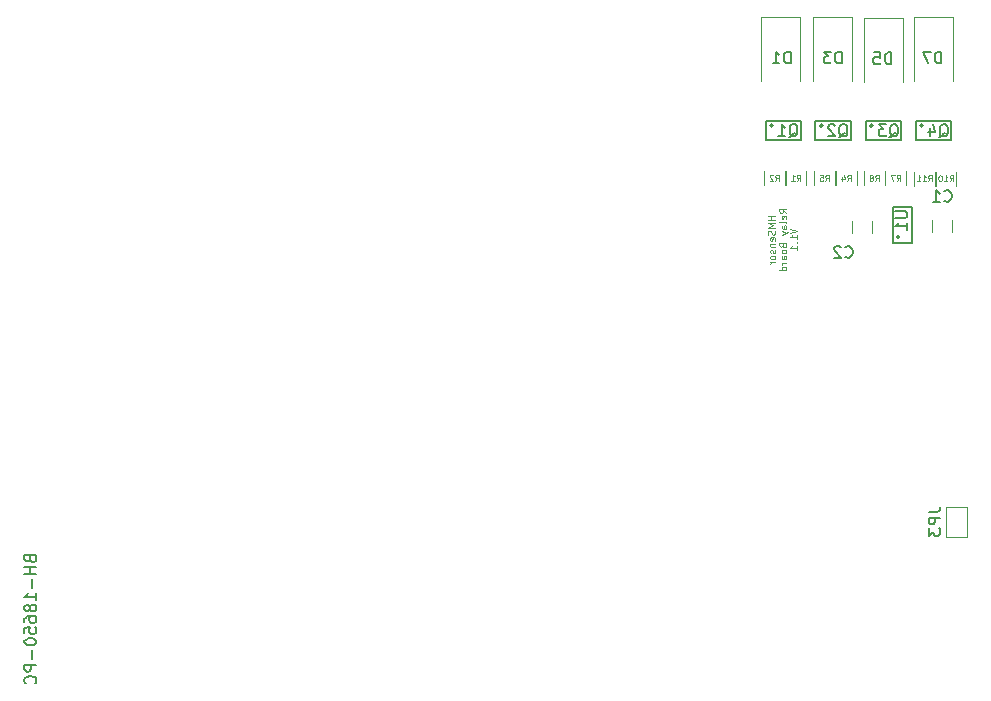
<source format=gbo>
%MOIN*%
%OFA0B0*%
%FSLAX46Y46*%
%IPPOS*%
%LPD*%
%ADD10C,0.0039370078740157488*%
%ADD21C,0.0039370078740157488*%
%ADD22C,0.005905511811023622*%
%ADD23C,0.0047244094488188976*%
%ADD24C,0.002952755905511811*%
%ADD35C,0.0039370078740157488*%
%ADD36C,0.005905511811023622*%
%ADD47C,0.0039370078740157488*%
%ADD58C,0.0039370078740157488*%
%ADD69C,0.0039370078740157488*%
%ADD70C,0.0047244094488188976*%
%ADD71C,0.005905511811023622*%
%LPD*%
G01*
D10*
G01*
D21*
X0003005520Y0002921179D02*
X0002981898Y0002921179D01*
X0002993146Y0002921179D02*
X0002993146Y0002907681D01*
X0003005520Y0002907681D02*
X0002981898Y0002907681D01*
X0003005520Y0002896433D02*
X0002981898Y0002896433D01*
X0002998771Y0002888559D01*
X0002981898Y0002880685D01*
X0003005520Y0002880685D01*
X0003004395Y0002870561D02*
X0003005520Y0002867186D01*
X0003005520Y0002861562D01*
X0003004395Y0002859312D01*
X0003003271Y0002858187D01*
X0003001021Y0002857062D01*
X0002998771Y0002857062D01*
X0002996521Y0002858187D01*
X0002995397Y0002859312D01*
X0002994272Y0002861562D01*
X0002993146Y0002866061D01*
X0002992022Y0002868311D01*
X0002990897Y0002869436D01*
X0002988647Y0002870561D01*
X0002986398Y0002870561D01*
X0002984148Y0002869436D01*
X0002983023Y0002868311D01*
X0002981898Y0002866061D01*
X0002981898Y0002860437D01*
X0002983023Y0002857062D01*
X0003004395Y0002837940D02*
X0003005520Y0002840190D01*
X0003005520Y0002844689D01*
X0003004395Y0002846939D01*
X0003002146Y0002848063D01*
X0002993146Y0002848063D01*
X0002990897Y0002846939D01*
X0002989772Y0002844689D01*
X0002989772Y0002840190D01*
X0002990897Y0002837940D01*
X0002993146Y0002836815D01*
X0002995397Y0002836815D01*
X0002997646Y0002848063D01*
X0002989772Y0002826691D02*
X0003005520Y0002826691D01*
X0002992022Y0002826691D02*
X0002990897Y0002825565D01*
X0002989772Y0002823317D01*
X0002989772Y0002819941D01*
X0002990897Y0002817692D01*
X0002993146Y0002816568D01*
X0003005520Y0002816568D01*
X0003004395Y0002806444D02*
X0003005520Y0002804194D01*
X0003005520Y0002799695D01*
X0003004395Y0002797445D01*
X0003002146Y0002796320D01*
X0003001021Y0002796320D01*
X0002998771Y0002797445D01*
X0002997646Y0002799695D01*
X0002997646Y0002803069D01*
X0002996521Y0002805318D01*
X0002994272Y0002806444D01*
X0002993146Y0002806444D01*
X0002990897Y0002805318D01*
X0002989772Y0002803069D01*
X0002989772Y0002799695D01*
X0002990897Y0002797445D01*
X0003005520Y0002782822D02*
X0003004395Y0002785071D01*
X0003003271Y0002786196D01*
X0003001021Y0002787321D01*
X0002994272Y0002787321D01*
X0002992022Y0002786196D01*
X0002990897Y0002785071D01*
X0002989772Y0002782822D01*
X0002989772Y0002779447D01*
X0002990897Y0002777197D01*
X0002992022Y0002776073D01*
X0002994272Y0002774948D01*
X0003001021Y0002774948D01*
X0003003271Y0002776073D01*
X0003004395Y0002777197D01*
X0003005520Y0002779447D01*
X0003005520Y0002782822D01*
X0003005520Y0002764824D02*
X0002989772Y0002764824D01*
X0002994272Y0002764824D02*
X0002992022Y0002763699D01*
X0002990897Y0002762574D01*
X0002989772Y0002760325D01*
X0002989772Y0002758075D01*
X0003042528Y0002930178D02*
X0003031280Y0002938052D01*
X0003042528Y0002943677D02*
X0003018906Y0002943677D01*
X0003018906Y0002934678D01*
X0003020031Y0002932428D01*
X0003021156Y0002931303D01*
X0003023406Y0002930178D01*
X0003026780Y0002930178D01*
X0003029030Y0002931303D01*
X0003030155Y0002932428D01*
X0003031280Y0002934678D01*
X0003031280Y0002943677D01*
X0003041403Y0002911056D02*
X0003042528Y0002913305D01*
X0003042528Y0002917805D01*
X0003041403Y0002920055D01*
X0003039154Y0002921179D01*
X0003030155Y0002921179D01*
X0003027905Y0002920055D01*
X0003026780Y0002917805D01*
X0003026780Y0002913305D01*
X0003027905Y0002911056D01*
X0003030155Y0002909931D01*
X0003032403Y0002909931D01*
X0003034654Y0002921179D01*
X0003042528Y0002896433D02*
X0003041403Y0002898681D01*
X0003039154Y0002899807D01*
X0003018906Y0002899807D01*
X0003042528Y0002877310D02*
X0003030155Y0002877310D01*
X0003027905Y0002878434D01*
X0003026780Y0002880685D01*
X0003026780Y0002885184D01*
X0003027905Y0002887434D01*
X0003041403Y0002877310D02*
X0003042528Y0002879560D01*
X0003042528Y0002885184D01*
X0003041403Y0002887434D01*
X0003039154Y0002888559D01*
X0003036904Y0002888559D01*
X0003034654Y0002887434D01*
X0003033529Y0002885184D01*
X0003033529Y0002879560D01*
X0003032403Y0002877310D01*
X0003026780Y0002868311D02*
X0003042528Y0002862686D01*
X0003026780Y0002857062D02*
X0003042528Y0002862686D01*
X0003048152Y0002864936D01*
X0003049277Y0002866061D01*
X0003050402Y0002868311D01*
X0003030155Y0002822192D02*
X0003031280Y0002818817D01*
X0003032403Y0002817692D01*
X0003034654Y0002816568D01*
X0003038029Y0002816568D01*
X0003040278Y0002817692D01*
X0003041403Y0002818817D01*
X0003042528Y0002821067D01*
X0003042528Y0002830066D01*
X0003018906Y0002830066D01*
X0003018906Y0002822192D01*
X0003020031Y0002819941D01*
X0003021156Y0002818817D01*
X0003023406Y0002817692D01*
X0003025655Y0002817692D01*
X0003027905Y0002818817D01*
X0003029030Y0002819941D01*
X0003030155Y0002822192D01*
X0003030155Y0002830066D01*
X0003042528Y0002803069D02*
X0003041403Y0002805318D01*
X0003040278Y0002806444D01*
X0003038029Y0002807569D01*
X0003031280Y0002807569D01*
X0003029030Y0002806444D01*
X0003027905Y0002805318D01*
X0003026780Y0002803069D01*
X0003026780Y0002799695D01*
X0003027905Y0002797445D01*
X0003029030Y0002796320D01*
X0003031280Y0002795195D01*
X0003038029Y0002795195D01*
X0003040278Y0002796320D01*
X0003041403Y0002797445D01*
X0003042528Y0002799695D01*
X0003042528Y0002803069D01*
X0003042528Y0002774948D02*
X0003030155Y0002774948D01*
X0003027905Y0002776073D01*
X0003026780Y0002778322D01*
X0003026780Y0002782822D01*
X0003027905Y0002785071D01*
X0003041403Y0002774948D02*
X0003042528Y0002777197D01*
X0003042528Y0002782822D01*
X0003041403Y0002785071D01*
X0003039154Y0002786196D01*
X0003036904Y0002786196D01*
X0003034654Y0002785071D01*
X0003033529Y0002782822D01*
X0003033529Y0002777197D01*
X0003032403Y0002774948D01*
X0003042528Y0002763699D02*
X0003026780Y0002763699D01*
X0003031280Y0002763699D02*
X0003029030Y0002762574D01*
X0003027905Y0002761449D01*
X0003026780Y0002759199D01*
X0003026780Y0002756950D01*
X0003042528Y0002738952D02*
X0003018906Y0002738952D01*
X0003041403Y0002738952D02*
X0003042528Y0002741202D01*
X0003042528Y0002745701D01*
X0003041403Y0002747951D01*
X0003040278Y0002749076D01*
X0003038029Y0002750201D01*
X0003031280Y0002750201D01*
X0003029030Y0002749076D01*
X0003027905Y0002747951D01*
X0003026780Y0002745701D01*
X0003026780Y0002741202D01*
X0003027905Y0002738952D01*
X0003055914Y0002877310D02*
X0003079536Y0002869436D01*
X0003055914Y0002861562D01*
X0003079536Y0002841314D02*
X0003079536Y0002854813D01*
X0003079536Y0002848063D02*
X0003055914Y0002848063D01*
X0003059289Y0002850313D01*
X0003061538Y0002852563D01*
X0003062663Y0002854813D01*
X0003077286Y0002831191D02*
X0003078411Y0002830066D01*
X0003079536Y0002831191D01*
X0003078411Y0002832315D01*
X0003077286Y0002831191D01*
X0003079536Y0002831191D01*
X0003079536Y0002807569D02*
X0003079536Y0002821067D01*
X0003079536Y0002814318D02*
X0003055914Y0002814318D01*
X0003059289Y0002816568D01*
X0003061538Y0002818817D01*
X0003062663Y0002821067D01*
D22*
X0003420662Y0002849944D02*
G75*
G03X0003420662Y0002849944I-0000005567D01*
G01*
X0003399346Y0002948370D02*
X0003462338Y0002948370D01*
X0003462338Y0002948370D02*
X0003462338Y0002830259D01*
X0003462338Y0002830259D02*
X0003399346Y0002830259D01*
X0003399346Y0002830259D02*
X0003399346Y0002948370D01*
D23*
X0003528377Y0002865629D02*
X0003528377Y0002905000D01*
X0003595307Y0002905000D02*
X0003595307Y0002865629D01*
X0003261377Y0002864129D02*
X0003261377Y0002903500D01*
X0003328307Y0002903500D02*
X0003328307Y0002864129D01*
X0002958881Y0003582172D02*
X0003088802Y0003582172D01*
X0003088802Y0003582172D02*
X0003088802Y0003369574D01*
X0002958881Y0003582172D02*
X0002958881Y0003369574D01*
X0003109488Y0003022692D02*
X0003109488Y0003069937D01*
X0003040196Y0003069937D02*
X0003040196Y0003022692D01*
X0003037487Y0003022692D02*
X0003037487Y0003069937D01*
X0002968196Y0003069937D02*
X0002968196Y0003022692D01*
D22*
X0002999040Y0003221062D02*
G75*
G03X0002999040Y0003221062I-0000005567D01*
G01*
X0003091897Y0003236811D02*
X0003091897Y0003173817D01*
X0003091897Y0003173817D02*
X0002973787Y0003173817D01*
X0002973787Y0003173817D02*
X0002973787Y0003236811D01*
X0002973787Y0003236811D02*
X0003091897Y0003236811D01*
D23*
X0003132881Y0003582172D02*
X0003262803Y0003582172D01*
X0003262803Y0003582172D02*
X0003262803Y0003369574D01*
X0003132881Y0003582172D02*
X0003132881Y0003369574D01*
X0003300881Y0003580173D02*
X0003430803Y0003580173D01*
X0003430803Y0003580173D02*
X0003430803Y0003367574D01*
X0003300881Y0003580173D02*
X0003300881Y0003367574D01*
X0003467881Y0003582172D02*
X0003597803Y0003582172D01*
X0003597803Y0003582172D02*
X0003597803Y0003369574D01*
X0003467881Y0003582172D02*
X0003467881Y0003369574D01*
D22*
X0003165040Y0003220062D02*
G75*
G03X0003165040Y0003220062I-0000005567D01*
G01*
X0003257897Y0003235811D02*
X0003257897Y0003172818D01*
X0003257897Y0003172818D02*
X0003139787Y0003172818D01*
X0003139787Y0003172818D02*
X0003139787Y0003235811D01*
X0003139787Y0003235811D02*
X0003257897Y0003235811D01*
X0003332040Y0003220062D02*
G75*
G03X0003332040Y0003220062I-0000005567D01*
G01*
X0003424897Y0003235811D02*
X0003424897Y0003172818D01*
X0003424897Y0003172818D02*
X0003306787Y0003172818D01*
X0003306787Y0003172818D02*
X0003306787Y0003235811D01*
X0003306787Y0003235811D02*
X0003424897Y0003235811D01*
X0003499040Y0003221062D02*
G75*
G03X0003499040Y0003221062I-0000005567D01*
G01*
X0003591897Y0003236811D02*
X0003591897Y0003173817D01*
X0003591897Y0003173817D02*
X0003473787Y0003173817D01*
X0003473787Y0003173817D02*
X0003473787Y0003236811D01*
X0003473787Y0003236811D02*
X0003591897Y0003236811D01*
D23*
X0003277488Y0003021692D02*
X0003277488Y0003068937D01*
X0003208196Y0003068937D02*
X0003208196Y0003021692D01*
X0003204488Y0003021692D02*
X0003204488Y0003068937D01*
X0003135196Y0003068937D02*
X0003135196Y0003021692D01*
X0003442488Y0003021692D02*
X0003442488Y0003068937D01*
X0003373196Y0003068937D02*
X0003373196Y0003021692D01*
X0003370488Y0003021692D02*
X0003370488Y0003068937D01*
X0003301196Y0003068937D02*
X0003301196Y0003021692D01*
X0003609487Y0003020692D02*
X0003609487Y0003067937D01*
X0003540196Y0003067937D02*
X0003540196Y0003020692D01*
X0003537488Y0003020692D02*
X0003537488Y0003067937D01*
X0003468196Y0003067937D02*
X0003468196Y0003020692D01*
D22*
X0003406282Y0002935311D02*
X0003438153Y0002935311D01*
X0003441903Y0002933436D01*
X0003443777Y0002931561D01*
X0003445652Y0002927812D01*
X0003445652Y0002920313D01*
X0003443777Y0002916563D01*
X0003441903Y0002914688D01*
X0003438153Y0002912814D01*
X0003406282Y0002912814D01*
X0003445652Y0002873443D02*
X0003445652Y0002895941D01*
X0003445652Y0002884692D02*
X0003406282Y0002884692D01*
X0003411907Y0002888442D01*
X0003415656Y0002892191D01*
X0003417531Y0002895941D01*
X0003569404Y0002970253D02*
X0003571278Y0002968379D01*
X0003576903Y0002966504D01*
X0003580652Y0002966504D01*
X0003586277Y0002968379D01*
X0003590026Y0002972127D01*
X0003591901Y0002975877D01*
X0003593776Y0002983377D01*
X0003593776Y0002989001D01*
X0003591901Y0002996499D01*
X0003590026Y0003000249D01*
X0003586277Y0003004000D01*
X0003580652Y0003005874D01*
X0003576903Y0003005874D01*
X0003571278Y0003004000D01*
X0003569404Y0003002125D01*
X0003531908Y0002966504D02*
X0003554406Y0002966504D01*
X0003543157Y0002966504D02*
X0003543157Y0003005874D01*
X0003546907Y0003000249D01*
X0003550655Y0002996499D01*
X0003554406Y0002994626D01*
X0003239404Y0002783754D02*
X0003241278Y0002781879D01*
X0003246903Y0002780003D01*
X0003250652Y0002780003D01*
X0003256277Y0002781879D01*
X0003260026Y0002785628D01*
X0003261901Y0002789378D01*
X0003263776Y0002796877D01*
X0003263776Y0002802501D01*
X0003261901Y0002810000D01*
X0003260026Y0002813750D01*
X0003256277Y0002817500D01*
X0003250652Y0002819374D01*
X0003246903Y0002819374D01*
X0003241278Y0002817500D01*
X0003239404Y0002815624D01*
X0003224406Y0002815624D02*
X0003222531Y0002817500D01*
X0003218781Y0002819374D01*
X0003209407Y0002819374D01*
X0003205658Y0002817500D01*
X0003203783Y0002815624D01*
X0003201908Y0002811875D01*
X0003201908Y0002808126D01*
X0003203783Y0002802501D01*
X0003226280Y0002780003D01*
X0003201908Y0002780003D01*
X0003056901Y0003428504D02*
X0003056901Y0003467874D01*
X0003047527Y0003467874D01*
X0003041903Y0003466000D01*
X0003038153Y0003462250D01*
X0003036277Y0003458499D01*
X0003034403Y0003451001D01*
X0003034403Y0003445377D01*
X0003036277Y0003437878D01*
X0003038153Y0003434127D01*
X0003041903Y0003430379D01*
X0003047527Y0003428504D01*
X0003056901Y0003428504D01*
X0002996908Y0003428504D02*
X0003019406Y0003428504D01*
X0003008157Y0003428504D02*
X0003008157Y0003467874D01*
X0003011907Y0003462250D01*
X0003015656Y0003458499D01*
X0003019406Y0003456625D01*
D24*
X0003078123Y0003037409D02*
X0003084684Y0003046783D01*
X0003089371Y0003037409D02*
X0003089371Y0003057094D01*
X0003081872Y0003057094D01*
X0003079998Y0003056157D01*
X0003079060Y0003055220D01*
X0003078123Y0003053345D01*
X0003078123Y0003050533D01*
X0003079060Y0003048658D01*
X0003079998Y0003047721D01*
X0003081872Y0003046783D01*
X0003089371Y0003046783D01*
X0003059375Y0003037409D02*
X0003070623Y0003037409D01*
X0003065000Y0003037409D02*
X0003065000Y0003057094D01*
X0003066874Y0003054282D01*
X0003068749Y0003052407D01*
X0003070623Y0003051470D01*
X0003006123Y0003037409D02*
X0003012685Y0003046783D01*
X0003017371Y0003037409D02*
X0003017371Y0003057094D01*
X0003009872Y0003057094D01*
X0003007998Y0003056157D01*
X0003007060Y0003055220D01*
X0003006123Y0003053345D01*
X0003006123Y0003050533D01*
X0003007060Y0003048658D01*
X0003007998Y0003047721D01*
X0003009872Y0003046783D01*
X0003017371Y0003046783D01*
X0002998624Y0003055220D02*
X0002997686Y0003056157D01*
X0002995812Y0003057094D01*
X0002991125Y0003057094D01*
X0002989250Y0003056157D01*
X0002988313Y0003055220D01*
X0002987375Y0003053345D01*
X0002987375Y0003051470D01*
X0002988313Y0003048658D01*
X0002999561Y0003037409D01*
X0002987375Y0003037409D01*
D22*
X0003051592Y0003182755D02*
X0003055341Y0003184629D01*
X0003059091Y0003188379D01*
X0003064715Y0003194003D01*
X0003068464Y0003195878D01*
X0003072214Y0003195878D01*
X0003070339Y0003186504D02*
X0003074089Y0003188379D01*
X0003077838Y0003192127D01*
X0003079713Y0003199628D01*
X0003079713Y0003212751D01*
X0003077838Y0003220250D01*
X0003074089Y0003224000D01*
X0003070339Y0003225874D01*
X0003062839Y0003225874D01*
X0003059091Y0003224000D01*
X0003055341Y0003220250D01*
X0003053466Y0003212751D01*
X0003053466Y0003199628D01*
X0003055341Y0003192127D01*
X0003059091Y0003188379D01*
X0003062839Y0003186504D01*
X0003070339Y0003186504D01*
X0003015971Y0003186504D02*
X0003038467Y0003186504D01*
X0003027220Y0003186504D02*
X0003027220Y0003225874D01*
X0003030969Y0003220250D01*
X0003034719Y0003216499D01*
X0003038467Y0003214625D01*
X0003226901Y0003428504D02*
X0003226901Y0003467874D01*
X0003217527Y0003467874D01*
X0003211903Y0003466000D01*
X0003208153Y0003462250D01*
X0003206278Y0003458499D01*
X0003204403Y0003451001D01*
X0003204403Y0003445377D01*
X0003206278Y0003437878D01*
X0003208153Y0003434127D01*
X0003211903Y0003430379D01*
X0003217527Y0003428504D01*
X0003226901Y0003428504D01*
X0003191280Y0003467874D02*
X0003166908Y0003467874D01*
X0003180032Y0003452876D01*
X0003174407Y0003452876D01*
X0003170658Y0003451001D01*
X0003168783Y0003449127D01*
X0003166908Y0003445377D01*
X0003166908Y0003436003D01*
X0003168783Y0003432253D01*
X0003170658Y0003430379D01*
X0003174407Y0003428504D01*
X0003185656Y0003428504D01*
X0003189406Y0003430379D01*
X0003191280Y0003432253D01*
X0003392901Y0003425504D02*
X0003392901Y0003464874D01*
X0003383527Y0003464874D01*
X0003377903Y0003463000D01*
X0003374153Y0003459250D01*
X0003372278Y0003455500D01*
X0003370404Y0003448001D01*
X0003370404Y0003442377D01*
X0003372278Y0003434878D01*
X0003374153Y0003431128D01*
X0003377903Y0003427379D01*
X0003383527Y0003425504D01*
X0003392901Y0003425504D01*
X0003334783Y0003464874D02*
X0003353531Y0003464874D01*
X0003355406Y0003446127D01*
X0003353531Y0003448001D01*
X0003349781Y0003449876D01*
X0003340406Y0003449876D01*
X0003336658Y0003448001D01*
X0003334783Y0003446127D01*
X0003332908Y0003442377D01*
X0003332908Y0003433003D01*
X0003334783Y0003429254D01*
X0003336658Y0003427379D01*
X0003340406Y0003425504D01*
X0003349781Y0003425504D01*
X0003353531Y0003427379D01*
X0003355406Y0003429254D01*
X0003559901Y0003428504D02*
X0003559901Y0003467874D01*
X0003550527Y0003467874D01*
X0003544903Y0003466000D01*
X0003541153Y0003462250D01*
X0003539278Y0003458499D01*
X0003537404Y0003451001D01*
X0003537404Y0003445377D01*
X0003539278Y0003437878D01*
X0003541153Y0003434127D01*
X0003544903Y0003430379D01*
X0003550527Y0003428504D01*
X0003559901Y0003428504D01*
X0003524280Y0003467874D02*
X0003498034Y0003467874D01*
X0003514907Y0003428504D01*
X0003217592Y0003181755D02*
X0003221341Y0003183629D01*
X0003225091Y0003187379D01*
X0003230715Y0003193003D01*
X0003234464Y0003194878D01*
X0003238214Y0003194878D01*
X0003236339Y0003185504D02*
X0003240089Y0003187379D01*
X0003243838Y0003191128D01*
X0003245713Y0003198628D01*
X0003245713Y0003211751D01*
X0003243838Y0003219250D01*
X0003240089Y0003223000D01*
X0003236339Y0003224874D01*
X0003228840Y0003224874D01*
X0003225091Y0003223000D01*
X0003221341Y0003219250D01*
X0003219466Y0003211751D01*
X0003219466Y0003198628D01*
X0003221341Y0003191128D01*
X0003225091Y0003187379D01*
X0003228840Y0003185504D01*
X0003236339Y0003185504D01*
X0003204468Y0003221125D02*
X0003202593Y0003223000D01*
X0003198844Y0003224874D01*
X0003189470Y0003224874D01*
X0003185721Y0003223000D01*
X0003183846Y0003221125D01*
X0003181971Y0003217375D01*
X0003181971Y0003213626D01*
X0003183846Y0003208001D01*
X0003206343Y0003185504D01*
X0003181971Y0003185504D01*
X0003386592Y0003181755D02*
X0003390341Y0003183629D01*
X0003394091Y0003187379D01*
X0003399715Y0003193003D01*
X0003403464Y0003194878D01*
X0003407214Y0003194878D01*
X0003405338Y0003185504D02*
X0003409089Y0003187379D01*
X0003412838Y0003191128D01*
X0003414713Y0003198628D01*
X0003414713Y0003211751D01*
X0003412838Y0003219250D01*
X0003409089Y0003223000D01*
X0003405338Y0003224874D01*
X0003397840Y0003224874D01*
X0003394091Y0003223000D01*
X0003390341Y0003219250D01*
X0003388466Y0003211751D01*
X0003388466Y0003198628D01*
X0003390341Y0003191128D01*
X0003394091Y0003187379D01*
X0003397840Y0003185504D01*
X0003405338Y0003185504D01*
X0003375343Y0003224874D02*
X0003350971Y0003224874D01*
X0003364094Y0003209876D01*
X0003358470Y0003209876D01*
X0003354720Y0003208001D01*
X0003352846Y0003206127D01*
X0003350971Y0003202377D01*
X0003350971Y0003193003D01*
X0003352846Y0003189254D01*
X0003354720Y0003187379D01*
X0003358470Y0003185504D01*
X0003369719Y0003185504D01*
X0003373468Y0003187379D01*
X0003375343Y0003189254D01*
X0003552592Y0003181755D02*
X0003556341Y0003183629D01*
X0003560091Y0003187379D01*
X0003565715Y0003193003D01*
X0003569464Y0003194878D01*
X0003573214Y0003194878D01*
X0003571339Y0003185504D02*
X0003575089Y0003187379D01*
X0003578838Y0003191128D01*
X0003580712Y0003198628D01*
X0003580712Y0003211751D01*
X0003578838Y0003219250D01*
X0003575089Y0003223000D01*
X0003571339Y0003224874D01*
X0003563840Y0003224874D01*
X0003560091Y0003223000D01*
X0003556341Y0003219250D01*
X0003554466Y0003211751D01*
X0003554466Y0003198628D01*
X0003556341Y0003191128D01*
X0003560091Y0003187379D01*
X0003563840Y0003185504D01*
X0003571339Y0003185504D01*
X0003520719Y0003211751D02*
X0003520719Y0003185504D01*
X0003530094Y0003226749D02*
X0003539468Y0003198628D01*
X0003515096Y0003198628D01*
D24*
X0003246123Y0003036409D02*
X0003252684Y0003045783D01*
X0003257371Y0003036409D02*
X0003257371Y0003056094D01*
X0003249872Y0003056094D01*
X0003247998Y0003055157D01*
X0003247060Y0003054220D01*
X0003246123Y0003052345D01*
X0003246123Y0003049533D01*
X0003247060Y0003047658D01*
X0003247998Y0003046721D01*
X0003249872Y0003045783D01*
X0003257371Y0003045783D01*
X0003229250Y0003049533D02*
X0003229250Y0003036409D01*
X0003233937Y0003057032D02*
X0003238623Y0003042971D01*
X0003226438Y0003042971D01*
X0003173123Y0003036409D02*
X0003179685Y0003045783D01*
X0003184371Y0003036409D02*
X0003184371Y0003056094D01*
X0003176872Y0003056094D01*
X0003174998Y0003055157D01*
X0003174060Y0003054220D01*
X0003173123Y0003052345D01*
X0003173123Y0003049533D01*
X0003174060Y0003047658D01*
X0003174998Y0003046721D01*
X0003176872Y0003045783D01*
X0003184371Y0003045783D01*
X0003155313Y0003056094D02*
X0003164686Y0003056094D01*
X0003165624Y0003046721D01*
X0003164686Y0003047658D01*
X0003162812Y0003048595D01*
X0003158125Y0003048595D01*
X0003156249Y0003047658D01*
X0003155313Y0003046721D01*
X0003154375Y0003044846D01*
X0003154375Y0003040159D01*
X0003155313Y0003038284D01*
X0003156249Y0003037347D01*
X0003158125Y0003036409D01*
X0003162812Y0003036409D01*
X0003164686Y0003037347D01*
X0003165624Y0003038284D01*
X0003411123Y0003036409D02*
X0003417685Y0003045783D01*
X0003422371Y0003036409D02*
X0003422371Y0003056094D01*
X0003414872Y0003056094D01*
X0003412998Y0003055157D01*
X0003412060Y0003054220D01*
X0003411123Y0003052345D01*
X0003411123Y0003049533D01*
X0003412060Y0003047658D01*
X0003412998Y0003046721D01*
X0003414872Y0003045783D01*
X0003422371Y0003045783D01*
X0003404561Y0003056094D02*
X0003391438Y0003056094D01*
X0003399874Y0003036409D01*
X0003339123Y0003036409D02*
X0003345685Y0003045783D01*
X0003350371Y0003036409D02*
X0003350371Y0003056094D01*
X0003342872Y0003056094D01*
X0003340998Y0003055157D01*
X0003340060Y0003054220D01*
X0003339123Y0003052345D01*
X0003339123Y0003049533D01*
X0003340060Y0003047658D01*
X0003340998Y0003046721D01*
X0003342872Y0003045783D01*
X0003350371Y0003045783D01*
X0003327874Y0003047658D02*
X0003329749Y0003048595D01*
X0003330685Y0003049533D01*
X0003331624Y0003051407D01*
X0003331624Y0003052345D01*
X0003330685Y0003054220D01*
X0003329749Y0003055157D01*
X0003327874Y0003056094D01*
X0003324125Y0003056094D01*
X0003322250Y0003055157D01*
X0003321313Y0003054220D01*
X0003320374Y0003052345D01*
X0003320374Y0003051407D01*
X0003321313Y0003049533D01*
X0003322250Y0003048595D01*
X0003324125Y0003047658D01*
X0003327874Y0003047658D01*
X0003329749Y0003046721D01*
X0003330685Y0003045783D01*
X0003331624Y0003043908D01*
X0003331624Y0003040159D01*
X0003330685Y0003038284D01*
X0003329749Y0003037347D01*
X0003327874Y0003036409D01*
X0003324125Y0003036409D01*
X0003322250Y0003037347D01*
X0003321313Y0003038284D01*
X0003320374Y0003040159D01*
X0003320374Y0003043908D01*
X0003321313Y0003045783D01*
X0003322250Y0003046721D01*
X0003324125Y0003047658D01*
X0003587497Y0003035409D02*
X0003594058Y0003044783D01*
X0003598745Y0003035409D02*
X0003598745Y0003055094D01*
X0003591245Y0003055094D01*
X0003589371Y0003054157D01*
X0003588434Y0003053220D01*
X0003587497Y0003051345D01*
X0003587497Y0003048533D01*
X0003588434Y0003046658D01*
X0003589371Y0003045721D01*
X0003591245Y0003044783D01*
X0003598745Y0003044783D01*
X0003568749Y0003035409D02*
X0003579998Y0003035409D01*
X0003574373Y0003035409D02*
X0003574373Y0003055094D01*
X0003576248Y0003052282D01*
X0003578123Y0003050407D01*
X0003579998Y0003049470D01*
X0003556563Y0003055094D02*
X0003554688Y0003055094D01*
X0003552814Y0003054157D01*
X0003551876Y0003053220D01*
X0003550938Y0003051345D01*
X0003550001Y0003047595D01*
X0003550001Y0003042908D01*
X0003550938Y0003039159D01*
X0003551876Y0003037284D01*
X0003552814Y0003036347D01*
X0003554688Y0003035409D01*
X0003556563Y0003035409D01*
X0003558438Y0003036347D01*
X0003559375Y0003037284D01*
X0003560313Y0003039159D01*
X0003561250Y0003042908D01*
X0003561250Y0003047595D01*
X0003560313Y0003051345D01*
X0003559375Y0003053220D01*
X0003558438Y0003054157D01*
X0003556563Y0003055094D01*
X0003515497Y0003035409D02*
X0003522058Y0003044783D01*
X0003526745Y0003035409D02*
X0003526745Y0003055094D01*
X0003519246Y0003055094D01*
X0003517371Y0003054157D01*
X0003516434Y0003053220D01*
X0003515497Y0003051345D01*
X0003515497Y0003048533D01*
X0003516434Y0003046658D01*
X0003517371Y0003045721D01*
X0003519246Y0003044783D01*
X0003526745Y0003044783D01*
X0003496749Y0003035409D02*
X0003507998Y0003035409D01*
X0003502373Y0003035409D02*
X0003502373Y0003055094D01*
X0003504248Y0003052282D01*
X0003506123Y0003050407D01*
X0003507998Y0003049470D01*
X0003478001Y0003035409D02*
X0003489249Y0003035409D01*
X0003483626Y0003035409D02*
X0003483626Y0003055094D01*
X0003485500Y0003052282D01*
X0003487375Y0003050407D01*
X0003489249Y0003049470D01*
G04 next file*
%LPD*%
G01*
D35*
D36*
X0000522069Y0001775922D02*
X0000523943Y0001770298D01*
X0000525819Y0001768423D01*
X0000529568Y0001766548D01*
X0000535193Y0001766548D01*
X0000538942Y0001768423D01*
X0000540817Y0001770298D01*
X0000542692Y0001774047D01*
X0000542692Y0001789045D01*
X0000503322Y0001789045D01*
X0000503322Y0001775922D01*
X0000505196Y0001772172D01*
X0000507071Y0001770298D01*
X0000510820Y0001768423D01*
X0000514570Y0001768423D01*
X0000518320Y0001770298D01*
X0000520194Y0001772172D01*
X0000522069Y0001775922D01*
X0000522069Y0001789045D01*
X0000542692Y0001749675D02*
X0000503322Y0001749675D01*
X0000522069Y0001749675D02*
X0000522069Y0001727178D01*
X0000542692Y0001727178D02*
X0000503322Y0001727178D01*
X0000527694Y0001708430D02*
X0000527694Y0001678434D01*
X0000542692Y0001639064D02*
X0000542692Y0001661560D01*
X0000542692Y0001650313D02*
X0000503322Y0001650313D01*
X0000508946Y0001654062D01*
X0000512695Y0001657812D01*
X0000514570Y0001661560D01*
X0000520194Y0001616567D02*
X0000518320Y0001620316D01*
X0000516445Y0001622191D01*
X0000512695Y0001624065D01*
X0000510820Y0001624065D01*
X0000507071Y0001622191D01*
X0000505196Y0001620316D01*
X0000503322Y0001616567D01*
X0000503322Y0001609068D01*
X0000505196Y0001605318D01*
X0000507071Y0001603443D01*
X0000510820Y0001601569D01*
X0000512695Y0001601569D01*
X0000516445Y0001603443D01*
X0000518320Y0001605318D01*
X0000520194Y0001609068D01*
X0000520194Y0001616567D01*
X0000522069Y0001620316D01*
X0000523943Y0001622191D01*
X0000527694Y0001624065D01*
X0000535193Y0001624065D01*
X0000538942Y0001622191D01*
X0000540817Y0001620316D01*
X0000542692Y0001616567D01*
X0000542692Y0001609068D01*
X0000540817Y0001605318D01*
X0000538942Y0001603443D01*
X0000535193Y0001601569D01*
X0000527694Y0001601569D01*
X0000523943Y0001603443D01*
X0000522069Y0001605318D01*
X0000520194Y0001609068D01*
X0000503322Y0001567823D02*
X0000503322Y0001575321D01*
X0000505196Y0001579072D01*
X0000507071Y0001580946D01*
X0000512695Y0001584696D01*
X0000520194Y0001586570D01*
X0000535193Y0001586570D01*
X0000538942Y0001584696D01*
X0000540817Y0001582821D01*
X0000542692Y0001579072D01*
X0000542692Y0001571572D01*
X0000540817Y0001567823D01*
X0000538942Y0001565948D01*
X0000535193Y0001564073D01*
X0000525819Y0001564073D01*
X0000522069Y0001565948D01*
X0000520194Y0001567823D01*
X0000518320Y0001571572D01*
X0000518320Y0001579072D01*
X0000520194Y0001582821D01*
X0000522069Y0001584696D01*
X0000525819Y0001586570D01*
X0000503322Y0001528453D02*
X0000503322Y0001547200D01*
X0000522069Y0001549075D01*
X0000520194Y0001547200D01*
X0000518320Y0001543451D01*
X0000518320Y0001534077D01*
X0000520194Y0001530328D01*
X0000522069Y0001528453D01*
X0000525819Y0001526578D01*
X0000535193Y0001526578D01*
X0000538942Y0001528453D01*
X0000540817Y0001530328D01*
X0000542692Y0001534077D01*
X0000542692Y0001543451D01*
X0000540817Y0001547200D01*
X0000538942Y0001549075D01*
X0000503322Y0001502206D02*
X0000503322Y0001498457D01*
X0000505196Y0001494707D01*
X0000507071Y0001492832D01*
X0000510820Y0001490957D01*
X0000518320Y0001489083D01*
X0000527694Y0001489083D01*
X0000535193Y0001490957D01*
X0000538942Y0001492832D01*
X0000540817Y0001494707D01*
X0000542692Y0001498457D01*
X0000542692Y0001502206D01*
X0000540817Y0001505956D01*
X0000538942Y0001507830D01*
X0000535193Y0001509705D01*
X0000527694Y0001511580D01*
X0000518320Y0001511580D01*
X0000510820Y0001509705D01*
X0000507071Y0001507830D01*
X0000505196Y0001505956D01*
X0000503322Y0001502206D01*
X0000527694Y0001472210D02*
X0000527694Y0001442214D01*
X0000542692Y0001423466D02*
X0000503322Y0001423466D01*
X0000503322Y0001408468D01*
X0000505196Y0001404718D01*
X0000507071Y0001402844D01*
X0000510820Y0001400967D01*
X0000516445Y0001400967D01*
X0000520194Y0001402844D01*
X0000522069Y0001404718D01*
X0000523943Y0001408468D01*
X0000523943Y0001423466D01*
X0000538942Y0001361598D02*
X0000540817Y0001363473D01*
X0000542692Y0001369098D01*
X0000542692Y0001372847D01*
X0000540817Y0001378472D01*
X0000537067Y0001382221D01*
X0000533318Y0001384096D01*
X0000525819Y0001385970D01*
X0000520194Y0001385970D01*
X0000512695Y0001384096D01*
X0000508946Y0001382221D01*
X0000505196Y0001378472D01*
X0000503322Y0001372847D01*
X0000503322Y0001369098D01*
X0000505196Y0001363473D01*
X0000507071Y0001361598D01*
G01*
D47*
G04 next file*
G01*
D58*
G04 next file*
G04 #@! TF.FileFunction,Legend,Bot*
G04 Gerber Fmt 4.6, Leading zero omitted, Abs format (unit mm)*
G04 Created by KiCad (PCBNEW 4.0.2-stable) date 05.09.2017 20:59:44*
G01*
G04 APERTURE LIST*
G04 APERTURE END LIST*
D69*
D70*
X0003643881Y0001950472D02*
X0003643881Y0001850472D01*
X0003573803Y0001850472D02*
X0003573803Y0001950472D01*
X0003573803Y0001850472D02*
X0003643881Y0001850472D01*
X0003643881Y0001950472D02*
X0003573803Y0001950472D01*
D71*
X0003517203Y0001933280D02*
X0003545325Y0001933280D01*
X0003550949Y0001935155D01*
X0003554699Y0001938905D01*
X0003556574Y0001944528D01*
X0003556574Y0001948278D01*
X0003556574Y0001914533D02*
X0003517203Y0001914533D01*
X0003517203Y0001899535D01*
X0003519078Y0001895785D01*
X0003520953Y0001893910D01*
X0003524703Y0001892035D01*
X0003530327Y0001892035D01*
X0003534076Y0001893910D01*
X0003535950Y0001895785D01*
X0003537826Y0001899535D01*
X0003537826Y0001914533D01*
X0003517203Y0001878912D02*
X0003517203Y0001854540D01*
X0003532202Y0001867664D01*
X0003532202Y0001862039D01*
X0003534076Y0001858290D01*
X0003535950Y0001856415D01*
X0003539701Y0001854540D01*
X0003549074Y0001854540D01*
X0003552824Y0001856415D01*
X0003554699Y0001858290D01*
X0003556574Y0001862039D01*
X0003556574Y0001873288D01*
X0003554699Y0001877037D01*
X0003552824Y0001878912D01*
M02*
</source>
